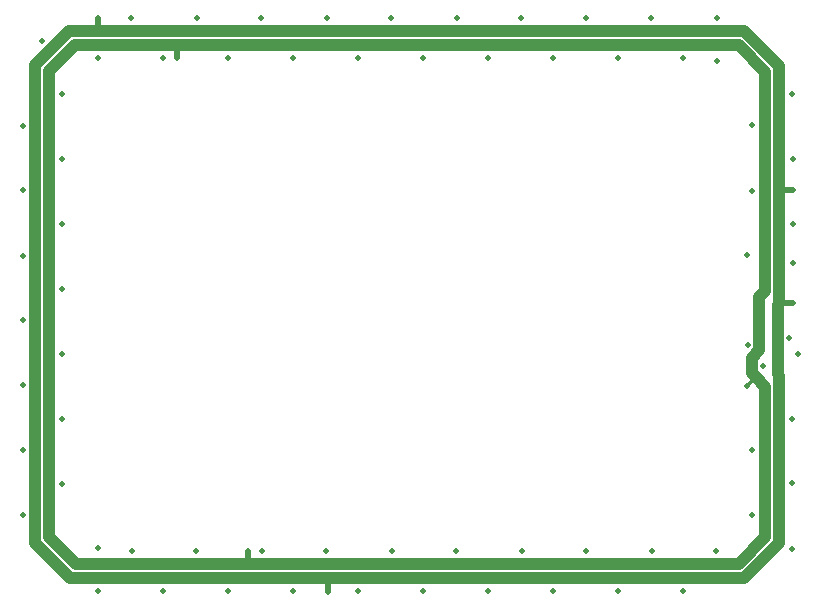
<source format=gbr>
%TF.GenerationSoftware,KiCad,Pcbnew,(7.0.0)*%
%TF.CreationDate,2023-07-18T21:43:11+02:00*%
%TF.ProjectId,Catcar_Ringlight,43617463-6172-45f5-9269-6e676c696768,1.0*%
%TF.SameCoordinates,Original*%
%TF.FileFunction,Copper,L3,Inr*%
%TF.FilePolarity,Positive*%
%FSLAX46Y46*%
G04 Gerber Fmt 4.6, Leading zero omitted, Abs format (unit mm)*
G04 Created by KiCad (PCBNEW (7.0.0)) date 2023-07-18 21:43:11*
%MOMM*%
%LPD*%
G01*
G04 APERTURE LIST*
%TA.AperFunction,ViaPad*%
%ADD10C,0.500000*%
%TD*%
%TA.AperFunction,Conductor*%
%ADD11C,0.350000*%
%TD*%
%TA.AperFunction,Conductor*%
%ADD12C,1.000000*%
%TD*%
%TA.AperFunction,Conductor*%
%ADD13C,0.500000*%
%TD*%
G04 APERTURE END LIST*
D10*
%TO.N,VCCO*%
X128800000Y-106950000D03*
X80500000Y-79150000D03*
X86500000Y-120950000D03*
%TO.N,GND*%
X132300000Y-102900000D03*
%TO.N,VCCW*%
X132650000Y-99900000D03*
X73800000Y-75750000D03*
X93250000Y-124349502D03*
X132650000Y-90350000D03*
%TO.N,GND*%
X90350000Y-124300000D03*
X132650000Y-87750000D03*
X132650000Y-93200000D03*
X95850000Y-124300000D03*
X69100000Y-77750000D03*
X76650000Y-75800000D03*
%TO.N,Net-(D14-A)*%
X130100000Y-105249502D03*
%TO.N,Net-(D13-K)*%
X132700000Y-96550000D03*
%TO.N,Net-(D19-A)*%
X128850000Y-103500000D03*
%TO.N,Net-(D33-A)*%
X70775000Y-109700000D03*
%TO.N,Net-(D32-A)*%
X73800000Y-120700000D03*
%TO.N,Net-(D32-K)*%
X67425000Y-117900000D03*
%TO.N,Net-(D31-A)*%
X82150000Y-120925000D03*
%TO.N,Net-(D31-K)*%
X79350000Y-124275000D03*
%TO.N,Net-(D27-A)*%
X70775000Y-115225000D03*
%TO.N,Net-(D26-A)*%
X76677500Y-120925000D03*
%TO.N,Net-(D26-K)*%
X73825000Y-124275000D03*
%TO.N,Net-(D25-A)*%
X87675000Y-120925000D03*
%TO.N,Net-(D25-K)*%
X84822500Y-124275000D03*
%TO.N,Net-(D29-A)*%
X70775000Y-93237500D03*
%TO.N,Net-(D28-A)*%
X70775000Y-104237500D03*
%TO.N,Net-(D30-A)*%
X70775000Y-82237500D03*
%TO.N,Net-(D34-A)*%
X70775000Y-98700000D03*
%TO.N,Net-(D35-A)*%
X70775000Y-87700000D03*
%TO.N,Net-(D36-A)*%
X73850000Y-79175000D03*
%TO.N,Net-(D27-K)*%
X67425000Y-112375000D03*
%TO.N,Net-(D28-K)*%
X67425000Y-101375000D03*
%TO.N,Net-(D29-K)*%
X67425000Y-90350000D03*
%TO.N,Net-(D33-K)*%
X67425000Y-106900000D03*
%TO.N,Net-(D34-K)*%
X67425000Y-95900000D03*
%TO.N,Net-(D35-K)*%
X67425000Y-84900000D03*
%TO.N,Net-(D21-A)*%
X126150000Y-120925000D03*
%TO.N,Net-(D20-A)*%
X129225000Y-112400000D03*
%TO.N,Net-(D20-K)*%
X132575000Y-115200000D03*
%TO.N,Net-(D19-K)*%
X133100000Y-104200000D03*
%TO.N,Net-(D15-A)*%
X129225000Y-117875000D03*
%TO.N,Net-(D14-K)*%
X132575000Y-109725000D03*
%TO.N,Net-(D13-A)*%
X128750000Y-95875000D03*
%TO.N,Net-(D17-A)*%
X109687500Y-120925000D03*
%TO.N,Net-(D16-A)*%
X120687500Y-120925000D03*
%TO.N,Net-(D18-A)*%
X98687500Y-120925000D03*
%TO.N,Net-(D22-A)*%
X115150000Y-120925000D03*
%TO.N,Net-(D23-A)*%
X104150000Y-120925000D03*
%TO.N,Net-(D24-A)*%
X93150000Y-120925000D03*
%TO.N,Net-(D15-K)*%
X132575000Y-120725000D03*
%TO.N,Net-(D16-K)*%
X117825000Y-124275000D03*
%TO.N,Net-(D17-K)*%
X106800000Y-124275000D03*
%TO.N,Net-(D21-K)*%
X123350000Y-124275000D03*
%TO.N,Net-(D22-K)*%
X112350000Y-124275000D03*
%TO.N,Net-(D23-K)*%
X101350000Y-124275000D03*
%TO.N,Net-(D11-K)*%
X132575000Y-82200000D03*
%TO.N,Net-(D10-K)*%
X120650000Y-75825000D03*
%TO.N,Net-(D9-K)*%
X109650000Y-75825000D03*
%TO.N,Net-(D5-K)*%
X126200000Y-75825000D03*
%TO.N,Net-(D4-K)*%
X115175000Y-75825000D03*
%TO.N,Net-(D3-K)*%
X104175000Y-75825000D03*
%TO.N,Net-(D12-A)*%
X129225000Y-90400000D03*
%TO.N,Net-(D11-A)*%
X126250000Y-79400000D03*
%TO.N,Net-(D10-A)*%
X117850000Y-79175000D03*
%TO.N,Net-(D6-A)*%
X129225000Y-84862500D03*
%TO.N,Net-(D4-A)*%
X112312500Y-79175000D03*
%TO.N,Net-(D5-A)*%
X123312500Y-79175000D03*
%TO.N,Net-(D1-K)*%
X82177500Y-75825000D03*
%TO.N,Net-(D1-A)*%
X79325000Y-79175000D03*
%TO.N,Net-(D2-K)*%
X93175000Y-75825000D03*
%TO.N,Net-(D2-A)*%
X90322500Y-79175000D03*
%TO.N,Net-(D3-A)*%
X101325000Y-79175000D03*
%TO.N,Net-(D7-K)*%
X87650000Y-75825000D03*
%TO.N,Net-(D7-A)*%
X84850000Y-79175000D03*
%TO.N,Net-(D8-K)*%
X98650000Y-75825000D03*
%TO.N,Net-(D8-A)*%
X95850000Y-79175000D03*
%TO.N,Net-(D9-A)*%
X106850000Y-79175000D03*
%TD*%
D11*
%TO.N,VCCO*%
X128800000Y-106950000D02*
X129528249Y-106221751D01*
D12*
X129528249Y-106221751D02*
X129150000Y-105843503D01*
X130300000Y-106993503D02*
X129528249Y-106221751D01*
X128050000Y-78100000D02*
X80500000Y-78100000D01*
X130300000Y-80350000D02*
X128050000Y-78100000D01*
X130300000Y-98900000D02*
X130300000Y-80350000D01*
X129150000Y-105843503D02*
X129150000Y-104543503D01*
X129150000Y-104543503D02*
X129800000Y-103893503D01*
X128050000Y-122000000D02*
X130300000Y-119750000D01*
X130300000Y-119750000D02*
X130300000Y-106993503D01*
X129800000Y-103893503D02*
X129800000Y-99400000D01*
X86500000Y-122000000D02*
X128050000Y-122000000D01*
X129800000Y-99400000D02*
X130300000Y-98900000D01*
%TO.N,VCCW*%
X131500000Y-106102944D02*
X131500000Y-120250000D01*
X131500000Y-120250000D02*
X128550000Y-123200000D01*
X128550000Y-123200000D02*
X93250000Y-123200000D01*
X131350000Y-100050000D02*
X131350000Y-105952944D01*
X131500000Y-99900000D02*
X131350000Y-100050000D01*
X131350000Y-105952944D02*
X131500000Y-106102944D01*
D13*
%TO.N,VCCO*%
X80500000Y-79150000D02*
X80500000Y-78100000D01*
D12*
X80500000Y-78100000D02*
X71850000Y-78100000D01*
D13*
X86500000Y-120950000D02*
X86500000Y-122000000D01*
D12*
X71950000Y-122000000D02*
X86500000Y-122000000D01*
%TO.N,VCCW*%
X131500000Y-90350000D02*
X131500000Y-99900000D01*
D13*
X132650000Y-99900000D02*
X131500000Y-99900000D01*
X73800000Y-75750000D02*
X73800000Y-76900000D01*
D12*
X73800000Y-76900000D02*
X128550000Y-76900000D01*
X71350000Y-76900000D02*
X73800000Y-76900000D01*
D13*
X93250000Y-124349502D02*
X93250000Y-123200000D01*
D12*
X93250000Y-123200000D02*
X71450000Y-123200000D01*
D13*
X132650000Y-90350000D02*
X131500000Y-90350000D01*
D12*
X131500000Y-81000000D02*
X131500000Y-90350000D01*
%TO.N,VCCO*%
X69700000Y-119750000D02*
X71950000Y-122000000D01*
X71850000Y-78100000D02*
X69700000Y-80250000D01*
X69700000Y-80250000D02*
X69700000Y-119750000D01*
%TO.N,VCCW*%
X68500000Y-79750000D02*
X71350000Y-76900000D01*
X131500000Y-79850000D02*
X131500000Y-81000000D01*
X68500000Y-120250000D02*
X68500000Y-79750000D01*
X71450000Y-123200000D02*
X68500000Y-120250000D01*
X128550000Y-76900000D02*
X131500000Y-79850000D01*
%TD*%
M02*

</source>
